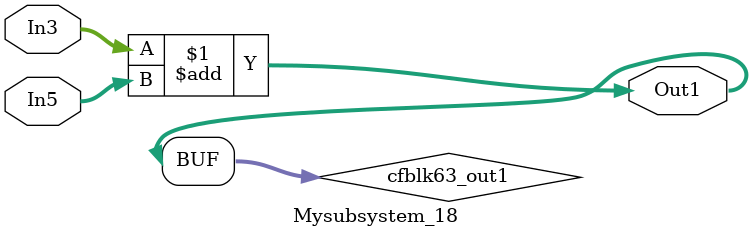
<source format=v>



`timescale 1 ns / 1 ns

module Mysubsystem_18
          (In3,
           In5,
           Out1);


  input   [7:0] In3;  // uint8
  input   [7:0] In5;  // uint8
  output  [7:0] Out1;  // uint8


  wire [7:0] cfblk63_out1;  // uint8


  assign cfblk63_out1 = In3 + In5;



  assign Out1 = cfblk63_out1;

endmodule  // Mysubsystem_18


</source>
